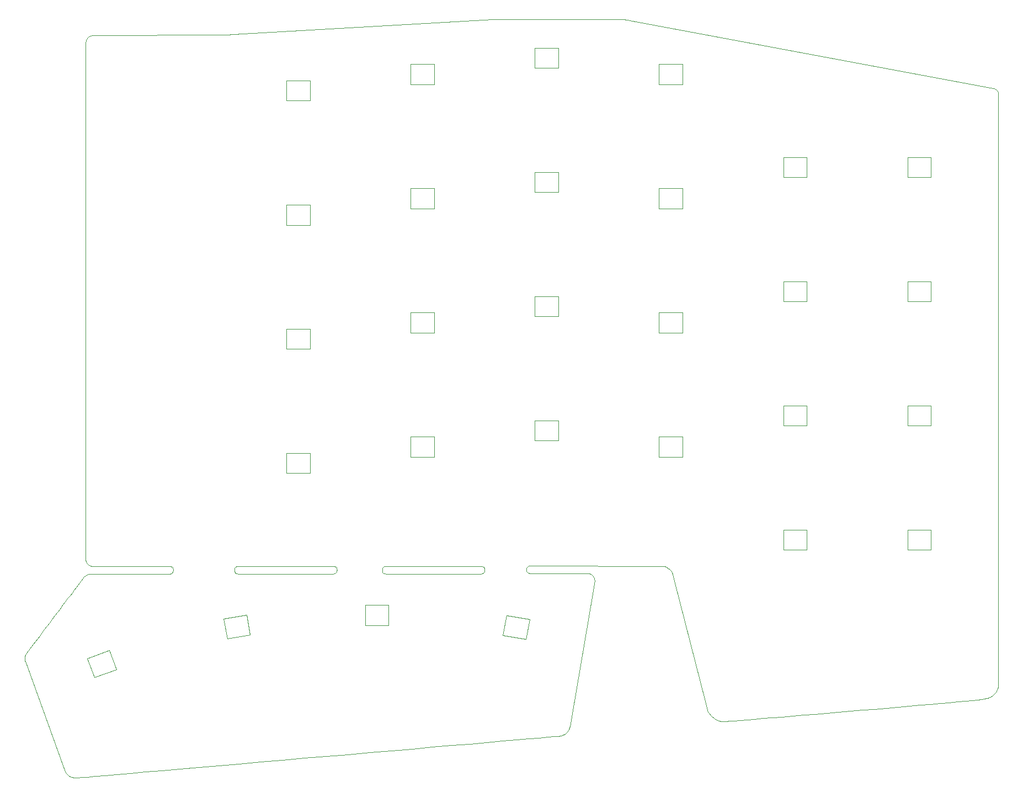
<source format=gm1>
%TF.GenerationSoftware,KiCad,Pcbnew,(6.0.0)*%
%TF.CreationDate,2023-02-15T17:26:08+02:00*%
%TF.ProjectId,SofleKeyboard,536f666c-654b-4657-9962-6f6172642e6b,rev?*%
%TF.SameCoordinates,Original*%
%TF.FileFunction,Profile,NP*%
%FSLAX46Y46*%
G04 Gerber Fmt 4.6, Leading zero omitted, Abs format (unit mm)*
G04 Created by KiCad (PCBNEW (6.0.0)) date 2023-02-15 17:26:08*
%MOMM*%
%LPD*%
G01*
G04 APERTURE LIST*
%ADD10C,0.090000*%
%TA.AperFunction,Profile*%
%ADD11C,0.120000*%
%TD*%
G04 APERTURE END LIST*
D10*
X162218354Y-142806782D02*
X166017777Y-120493588D01*
X147877950Y-119422237D02*
X134684053Y-119422237D01*
X171390576Y-34528702D02*
X171122462Y-34479308D01*
X78634718Y-132876101D02*
X84773060Y-149738874D01*
X171122462Y-34479308D02*
X170780277Y-34415810D01*
X101346553Y-118835528D02*
X101340041Y-118958535D01*
X101320921Y-119063869D01*
X101289813Y-119152873D01*
X101222027Y-119258700D01*
X101130754Y-119335344D01*
X101018088Y-119387337D01*
X100886120Y-119419216D01*
X100788453Y-119431532D01*
X100683757Y-119438268D01*
X100572653Y-119440766D01*
X100455762Y-119440370D01*
X100333702Y-119438424D01*
X100207095Y-119436271D01*
X100076561Y-119435255D01*
X86783876Y-150691379D02*
X87265895Y-150648742D01*
X88118850Y-150574157D01*
X89317412Y-150469809D01*
X90836251Y-150337881D01*
X92650038Y-150180557D01*
X94733443Y-150000021D01*
X97061138Y-149798457D01*
X99607793Y-149578048D01*
X102348079Y-149340979D01*
X105256666Y-149089433D01*
X108308226Y-148825595D01*
X111477428Y-148551647D01*
X114738945Y-148269775D01*
X118067446Y-147982161D01*
X121437602Y-147690990D01*
X124824083Y-147398446D01*
X128201562Y-147106712D01*
X131544708Y-146817973D01*
X134828191Y-146534411D01*
X138026684Y-146258212D01*
X141114856Y-145991559D01*
X144067379Y-145736636D01*
X146858922Y-145495626D01*
X149464157Y-145270714D01*
X151857754Y-145064083D01*
X154014385Y-144877918D01*
X155908719Y-144714401D01*
X157515428Y-144575718D01*
X158809182Y-144464052D01*
X159764652Y-144381586D01*
X160356509Y-144330506D01*
X160559424Y-144312994D01*
X170780277Y-34415810D02*
X170643142Y-34403395D01*
X170395510Y-34392557D01*
X170044912Y-34383218D01*
X169598882Y-34375299D01*
X169064949Y-34368724D01*
X168450647Y-34363414D01*
X167763508Y-34359294D01*
X167011062Y-34356284D01*
X166200841Y-34354307D01*
X165340379Y-34353287D01*
X164437206Y-34353145D01*
X163498854Y-34353804D01*
X162532856Y-34355186D01*
X161546742Y-34357214D01*
X160548045Y-34359810D01*
X159544297Y-34362898D01*
X158543029Y-34366399D01*
X157551774Y-34370235D01*
X156578063Y-34374330D01*
X155629428Y-34378606D01*
X154713400Y-34382985D01*
X153837513Y-34387390D01*
X153009296Y-34391743D01*
X152236284Y-34395968D01*
X151526006Y-34399985D01*
X150885996Y-34403718D01*
X150323784Y-34407090D01*
X149846903Y-34410022D01*
X149462885Y-34412438D01*
X149179261Y-34414259D01*
X149003563Y-34415409D01*
X148943324Y-34415810D01*
X226131098Y-138534218D02*
X226302029Y-138486765D01*
X226462005Y-138432526D01*
X226611390Y-138372043D01*
X226750544Y-138305861D01*
X226879831Y-138234523D01*
X226999613Y-138158574D01*
X227110253Y-138078557D01*
X227212114Y-137995016D01*
X227305558Y-137908495D01*
X227390947Y-137819538D01*
X227468644Y-137728688D01*
X227539012Y-137636491D01*
X227602413Y-137543489D01*
X227659210Y-137450226D01*
X227709765Y-137357247D01*
X227754441Y-137265095D01*
X227793601Y-137174314D01*
X227827606Y-137085449D01*
X227856820Y-136999042D01*
X227902324Y-136835781D01*
X227933013Y-136688882D01*
X227951788Y-136562698D01*
X227961548Y-136461578D01*
X227965632Y-136366412D01*
X227965547Y-136346991D01*
X112007487Y-119422237D02*
X111876952Y-119423253D01*
X111750345Y-119425406D01*
X111628285Y-119427352D01*
X111511394Y-119427748D01*
X111400290Y-119425250D01*
X111295594Y-119418514D01*
X111197927Y-119406198D01*
X111107907Y-119386957D01*
X110988574Y-119342172D01*
X110889938Y-119274249D01*
X110814091Y-119178653D01*
X110763126Y-119050851D01*
X110744006Y-118945517D01*
X110737495Y-118822510D01*
X125201384Y-119422237D02*
X112007487Y-119422237D01*
X227965547Y-45810528D02*
X227956434Y-45678539D01*
X227930682Y-45559934D01*
X227890668Y-45454041D01*
X227838768Y-45360188D01*
X227777359Y-45277704D01*
X227708819Y-45205917D01*
X227635525Y-45144155D01*
X227559854Y-45091746D01*
X227447090Y-45029201D01*
X227342349Y-44983922D01*
X227253653Y-44953642D01*
X227163274Y-44930349D01*
X227154162Y-44928584D01*
X100076561Y-119435255D02*
X88583055Y-119435255D01*
X227965547Y-136346991D02*
X227965547Y-136089375D01*
X227965547Y-135338363D01*
X227965547Y-134126701D01*
X227965547Y-132487138D01*
X227965547Y-130452423D01*
X227965547Y-128055304D01*
X227965547Y-125328530D01*
X227965547Y-122304850D01*
X227965547Y-119017010D01*
X227965547Y-115497762D01*
X227965547Y-111779851D01*
X227965547Y-107896028D01*
X227965547Y-103879040D01*
X227965547Y-99761637D01*
X227965547Y-95576566D01*
X227965547Y-91356576D01*
X227965547Y-87134416D01*
X227965547Y-82942834D01*
X227965547Y-78814578D01*
X227965547Y-74782397D01*
X227965547Y-70879040D01*
X227965547Y-67137255D01*
X227965547Y-63589790D01*
X227965547Y-60269394D01*
X227965547Y-57208816D01*
X227965547Y-54440803D01*
X227965547Y-51998105D01*
X227965547Y-49913470D01*
X227965547Y-48219646D01*
X227965547Y-46949382D01*
X227965547Y-46135426D01*
X227965547Y-45810528D01*
X166017777Y-120493588D02*
X166012075Y-120376265D01*
X165995314Y-120262767D01*
X165968011Y-120153609D01*
X165930683Y-120049309D01*
X165883847Y-119950383D01*
X165828018Y-119857348D01*
X165763715Y-119770720D01*
X165691454Y-119691018D01*
X165611751Y-119618756D01*
X165525123Y-119554453D01*
X165432088Y-119498624D01*
X165333162Y-119451788D01*
X165228862Y-119414460D01*
X165119704Y-119387157D01*
X165006206Y-119370396D01*
X164888884Y-119364695D01*
X162207782Y-142859708D02*
X162218354Y-142806782D01*
X147877950Y-118258075D02*
X148008484Y-118256662D01*
X148135091Y-118253389D01*
X148257150Y-118249702D01*
X148374042Y-118247049D01*
X148485146Y-118246876D01*
X148589841Y-118250630D01*
X148687509Y-118259759D01*
X148777529Y-118275709D01*
X148896861Y-118315589D01*
X148995497Y-118378956D01*
X149071344Y-118470693D01*
X149122309Y-118595685D01*
X149141429Y-118699899D01*
X149147941Y-118822510D01*
X84773060Y-149738874D02*
X84821658Y-149840417D01*
X84888141Y-149949678D01*
X84950685Y-150036183D01*
X85029126Y-150129547D01*
X85124599Y-150226282D01*
X85238236Y-150322896D01*
X85371171Y-150415899D01*
X85524536Y-150501802D01*
X85609235Y-150541000D01*
X85699465Y-150577114D01*
X85795370Y-150609707D01*
X85897091Y-150638345D01*
X86004769Y-150662589D01*
X86118546Y-150682005D01*
X86238564Y-150696155D01*
X86364964Y-150704604D01*
X86497889Y-150706915D01*
X86637478Y-150702652D01*
X86783876Y-150691379D01*
X183445187Y-140624426D02*
X183536912Y-140762658D01*
X183630630Y-140891813D01*
X183726021Y-141012200D01*
X183822761Y-141124124D01*
X183920529Y-141227894D01*
X184019004Y-141323817D01*
X184117864Y-141412200D01*
X184216787Y-141493352D01*
X184315452Y-141567579D01*
X184413536Y-141635189D01*
X184510719Y-141696489D01*
X184606678Y-141751787D01*
X184701092Y-141801391D01*
X184793639Y-141845607D01*
X184883997Y-141884744D01*
X184971845Y-141919108D01*
X185056862Y-141949008D01*
X185217112Y-141996643D01*
X185362174Y-142030108D01*
X185489475Y-142051863D01*
X185596441Y-142064369D01*
X185713133Y-142071163D01*
X185773533Y-142070806D01*
X227154162Y-44928584D02*
X171390576Y-34528702D01*
X87524722Y-120070250D02*
X87427251Y-120199811D01*
X87310170Y-120355436D01*
X87151755Y-120565999D01*
X86955176Y-120827283D01*
X86723606Y-121135069D01*
X86460217Y-121485139D01*
X86168179Y-121873276D01*
X85850664Y-122295260D01*
X85510845Y-122746875D01*
X85151893Y-123223901D01*
X84776979Y-123722122D01*
X84389275Y-124237318D01*
X83991952Y-124765272D01*
X83588184Y-125301765D01*
X83181140Y-125842580D01*
X82773993Y-126383498D01*
X82369914Y-126920302D01*
X81972075Y-127448772D01*
X81583648Y-127964692D01*
X81207804Y-128463843D01*
X80847714Y-128942007D01*
X80506552Y-129394966D01*
X80187488Y-129818501D01*
X79893693Y-130208395D01*
X79628340Y-130560430D01*
X79394600Y-130870387D01*
X79195645Y-131134049D01*
X79034646Y-131347197D01*
X78914776Y-131505614D01*
X78839205Y-131605080D01*
X78811106Y-131641379D01*
X148943324Y-34415810D02*
X112066641Y-36553643D01*
X176283602Y-118235823D02*
X176387579Y-118238555D01*
X176487862Y-118246519D01*
X176584476Y-118259367D01*
X176677447Y-118276750D01*
X176766800Y-118298318D01*
X176934758Y-118352616D01*
X177088557Y-118419471D01*
X177228403Y-118496093D01*
X177354503Y-118579691D01*
X177467064Y-118667474D01*
X177566292Y-118756654D01*
X177652395Y-118844437D01*
X177725578Y-118928035D01*
X177786049Y-119004657D01*
X177853372Y-119100405D01*
X177900570Y-119177609D01*
X177906393Y-119188306D01*
X185773533Y-142070806D02*
X185883884Y-142062008D01*
X186205785Y-142036303D01*
X186725505Y-141994727D01*
X187429314Y-141938313D01*
X188303481Y-141868095D01*
X189334277Y-141785109D01*
X190507971Y-141690389D01*
X191810833Y-141584968D01*
X193229132Y-141469881D01*
X194749138Y-141346163D01*
X196357121Y-141214848D01*
X198039351Y-141076971D01*
X199782097Y-140933565D01*
X201571629Y-140785666D01*
X203394217Y-140634307D01*
X205236130Y-140480523D01*
X207083638Y-140325348D01*
X208923012Y-140169817D01*
X210740520Y-140014963D01*
X212522432Y-139861823D01*
X214255019Y-139711429D01*
X215924549Y-139564816D01*
X217517293Y-139423019D01*
X219019520Y-139287072D01*
X220417500Y-139158009D01*
X221697502Y-139036865D01*
X222845797Y-138924674D01*
X223848654Y-138822470D01*
X224692343Y-138731288D01*
X225363133Y-138652163D01*
X225847295Y-138586128D01*
X226131098Y-138534218D01*
X108404975Y-36770481D02*
X89178586Y-36841035D01*
X164888884Y-119364695D02*
X156831430Y-119364695D01*
X87912769Y-92804064D02*
X87912769Y-117142199D01*
X112066641Y-36553643D02*
X111950703Y-36563327D01*
X111815220Y-36574420D01*
X111636448Y-36588782D01*
X111532796Y-36596977D01*
X111420681Y-36605737D01*
X111300890Y-36614976D01*
X111174210Y-36624611D01*
X111041426Y-36634556D01*
X110903326Y-36644729D01*
X110760696Y-36655044D01*
X110614322Y-36665417D01*
X110464991Y-36675764D01*
X110313490Y-36686000D01*
X110160604Y-36696042D01*
X110007121Y-36705804D01*
X109853826Y-36715203D01*
X109701506Y-36724153D01*
X109550949Y-36732572D01*
X109402939Y-36740375D01*
X109258264Y-36747476D01*
X109117710Y-36753792D01*
X108982064Y-36759239D01*
X108852112Y-36763732D01*
X108728641Y-36767187D01*
X108612436Y-36769520D01*
X108504285Y-36770646D01*
X108404975Y-36770481D01*
X110737495Y-118822510D02*
X110744006Y-118699899D01*
X110763126Y-118595685D01*
X110794234Y-118508421D01*
X110862020Y-118406142D01*
X110953293Y-118333860D01*
X111065959Y-118286694D01*
X111197927Y-118259759D01*
X111295594Y-118250630D01*
X111400290Y-118246876D01*
X111511394Y-118247049D01*
X111628285Y-118249702D01*
X111750345Y-118253389D01*
X111876952Y-118256662D01*
X112007487Y-118258075D01*
X126471376Y-118822510D02*
X126464864Y-118945517D01*
X126445744Y-119050851D01*
X126414636Y-119139855D01*
X126346850Y-119245682D01*
X126255577Y-119322326D01*
X126142911Y-119374319D01*
X126010943Y-119406198D01*
X125913276Y-119418514D01*
X125808580Y-119425250D01*
X125697476Y-119427748D01*
X125580585Y-119427352D01*
X125458525Y-119425406D01*
X125331918Y-119423253D01*
X125201384Y-119422237D01*
X156831430Y-118200532D02*
X176283602Y-118235823D01*
X100076561Y-118271092D02*
X100207095Y-118269679D01*
X100333702Y-118266406D01*
X100455762Y-118262719D01*
X100572653Y-118260066D01*
X100683757Y-118259893D01*
X100788453Y-118263648D01*
X100886120Y-118272776D01*
X100976140Y-118288726D01*
X101095473Y-118328607D01*
X101194109Y-118391974D01*
X101269956Y-118483711D01*
X101320921Y-118608703D01*
X101340041Y-118712917D01*
X101346553Y-118835528D01*
X78564158Y-132452763D02*
X78568854Y-132545361D01*
X78581465Y-132637964D01*
X78599772Y-132730571D01*
X78621559Y-132823181D01*
X78634718Y-132876101D01*
X134684053Y-119422237D02*
X134553518Y-119423253D01*
X134426911Y-119425406D01*
X134304851Y-119427352D01*
X134187960Y-119427748D01*
X134076856Y-119425250D01*
X133972160Y-119418514D01*
X133874493Y-119406198D01*
X133784473Y-119386957D01*
X133665140Y-119342172D01*
X133566504Y-119274249D01*
X133490657Y-119178653D01*
X133439692Y-119050851D01*
X133420572Y-118945517D01*
X133414061Y-118822510D01*
X87595282Y-119964421D02*
X87535792Y-120033877D01*
X87524722Y-120070250D01*
X89056533Y-36841922D02*
X88939211Y-36847623D01*
X88825712Y-36864384D01*
X88716555Y-36891687D01*
X88612254Y-36929015D01*
X88513328Y-36975852D01*
X88420293Y-37031680D01*
X88333666Y-37095983D01*
X88253963Y-37168245D01*
X88181701Y-37247948D01*
X88117398Y-37334575D01*
X88061570Y-37427610D01*
X88014733Y-37526536D01*
X87977405Y-37630837D01*
X87950102Y-37739994D01*
X87933341Y-37853493D01*
X87927640Y-37970815D01*
X89178586Y-36841035D02*
X89056533Y-36841922D01*
X177906393Y-119188306D02*
X183445187Y-140624426D01*
X149147941Y-118822510D02*
X149141429Y-118945517D01*
X149122309Y-119050851D01*
X149091201Y-119139855D01*
X149023415Y-119245682D01*
X148932143Y-119322326D01*
X148819476Y-119374319D01*
X148687509Y-119406198D01*
X148589841Y-119418514D01*
X148485146Y-119425250D01*
X148374042Y-119427748D01*
X148257150Y-119427352D01*
X148135091Y-119425406D01*
X148008484Y-119423253D01*
X147877950Y-119422237D01*
X88583055Y-119435255D02*
X88474899Y-119449743D01*
X88368953Y-119473009D01*
X88265566Y-119504529D01*
X88165087Y-119543781D01*
X88067864Y-119590241D01*
X87974246Y-119643387D01*
X87884582Y-119702694D01*
X87799221Y-119767640D01*
X87718512Y-119837702D01*
X87642804Y-119912357D01*
X87595282Y-119964421D01*
X133414061Y-118822510D02*
X133420572Y-118699899D01*
X133439692Y-118595685D01*
X133470800Y-118508421D01*
X133538586Y-118406142D01*
X133629859Y-118333860D01*
X133742525Y-118286694D01*
X133874493Y-118259759D01*
X133972160Y-118250630D01*
X134076856Y-118246876D01*
X134187960Y-118247049D01*
X134304851Y-118249702D01*
X134426911Y-118253389D01*
X134553518Y-118256662D01*
X134684053Y-118258075D01*
X156831430Y-119364695D02*
X156700895Y-119365711D01*
X156574288Y-119367865D01*
X156452229Y-119369812D01*
X156335337Y-119370209D01*
X156224234Y-119367713D01*
X156119538Y-119360979D01*
X156021870Y-119348664D01*
X155931851Y-119329425D01*
X155812518Y-119284643D01*
X155713882Y-119216723D01*
X155638035Y-119121130D01*
X155587070Y-118993330D01*
X155567950Y-118887996D01*
X155561439Y-118764990D01*
X87927640Y-37970815D02*
X87912769Y-92804064D01*
X125201384Y-118258075D02*
X125331918Y-118256662D01*
X125458525Y-118253389D01*
X125580585Y-118249702D01*
X125697476Y-118247049D01*
X125808580Y-118246876D01*
X125913276Y-118250630D01*
X126010943Y-118259759D01*
X126100963Y-118275709D01*
X126220296Y-118315589D01*
X126318932Y-118378956D01*
X126394779Y-118470693D01*
X126445744Y-118595685D01*
X126464864Y-118699899D01*
X126471376Y-118822510D01*
X89041662Y-118271092D02*
X100076561Y-118271092D01*
X87912769Y-117142199D02*
X87918470Y-117259521D01*
X87935231Y-117373019D01*
X87962534Y-117482177D01*
X87999862Y-117586477D01*
X88046698Y-117685403D01*
X88102527Y-117778438D01*
X88166830Y-117865066D01*
X88239092Y-117944769D01*
X88318794Y-118017030D01*
X88405422Y-118081333D01*
X88498457Y-118137162D01*
X88597383Y-118183998D01*
X88701683Y-118221326D01*
X88810841Y-118248629D01*
X88924339Y-118265390D01*
X89041662Y-118271092D01*
X134684053Y-118258075D02*
X147877950Y-118258075D01*
X155561439Y-118764990D02*
X155567950Y-118642378D01*
X155587070Y-118538164D01*
X155618178Y-118450899D01*
X155685964Y-118348617D01*
X155777237Y-118276333D01*
X155889903Y-118229163D01*
X156021870Y-118202225D01*
X156119538Y-118193094D01*
X156224234Y-118189338D01*
X156335337Y-118189509D01*
X156452229Y-118192161D01*
X156574288Y-118195847D01*
X156700895Y-118199119D01*
X156831430Y-118200532D01*
X78811106Y-131641379D02*
X78749852Y-131735562D01*
X78698106Y-131832643D01*
X78655455Y-131932205D01*
X78621486Y-132033836D01*
X78595785Y-132137122D01*
X78577939Y-132241647D01*
X78567534Y-132346999D01*
X78564158Y-132452763D01*
X112007487Y-118258075D02*
X125201384Y-118258075D01*
X160559424Y-144312994D02*
X160684334Y-144296775D01*
X160823088Y-144267449D01*
X160935981Y-144235941D01*
X161061179Y-144192782D01*
X161195248Y-144136182D01*
X161334755Y-144064353D01*
X161476266Y-143975508D01*
X161616348Y-143867857D01*
X161684779Y-143806420D01*
X161751565Y-143739612D01*
X161816276Y-143667208D01*
X161878484Y-143588984D01*
X161937759Y-143504718D01*
X161993672Y-143414186D01*
X162045794Y-143317164D01*
X162093695Y-143213429D01*
X162136946Y-143102757D01*
X162175118Y-142984924D01*
X162207782Y-142859708D01*
D11*
X118750000Y-43751000D02*
X118750000Y-46851000D01*
X118750000Y-46851000D02*
X122350000Y-46851000D01*
X122350000Y-46851000D02*
X122350000Y-43751000D01*
X122350000Y-43751000D02*
X118750000Y-43751000D01*
X156850000Y-38751000D02*
X156850000Y-41851000D01*
X156850000Y-41851000D02*
X160450000Y-41851000D01*
X160450000Y-41851000D02*
X160450000Y-38751000D01*
X160450000Y-38751000D02*
X156850000Y-38751000D01*
X122350000Y-84951000D02*
X122350000Y-81851000D01*
X118750000Y-84951000D02*
X122350000Y-84951000D01*
X122350000Y-81851000D02*
X118750000Y-81851000D01*
X118750000Y-81851000D02*
X118750000Y-84951000D01*
X141400000Y-79351000D02*
X137800000Y-79351000D01*
X137800000Y-79351000D02*
X137800000Y-82451000D01*
X141400000Y-82451000D02*
X141400000Y-79351000D01*
X137800000Y-82451000D02*
X141400000Y-82451000D01*
X122350000Y-100901000D02*
X118750000Y-100901000D01*
X118750000Y-100901000D02*
X118750000Y-104001000D01*
X118750000Y-104001000D02*
X122350000Y-104001000D01*
X122350000Y-104001000D02*
X122350000Y-100901000D01*
X156850000Y-95901000D02*
X156850000Y-99001000D01*
X160450000Y-95901000D02*
X156850000Y-95901000D01*
X160450000Y-99001000D02*
X160450000Y-95901000D01*
X156850000Y-99001000D02*
X160450000Y-99001000D01*
X198589120Y-112643640D02*
X194989120Y-112643640D01*
X194989120Y-115743640D02*
X198589120Y-115743640D01*
X198589120Y-115743640D02*
X198589120Y-112643640D01*
X194989120Y-112643640D02*
X194989120Y-115743640D01*
X88168599Y-132402244D02*
X89228862Y-135315291D01*
X89228862Y-135315291D02*
X92611755Y-134084019D01*
X91551493Y-131170972D02*
X88168599Y-132402244D01*
X92611755Y-134084019D02*
X91551493Y-131170972D01*
X112636646Y-125726010D02*
X109091339Y-126351143D01*
X113174956Y-128778914D02*
X112636646Y-125726010D01*
X109091339Y-126351143D02*
X109629648Y-129404047D01*
X109629648Y-129404047D02*
X113174956Y-128778914D01*
X214039120Y-74543640D02*
X214039120Y-77643640D01*
X217639120Y-77643640D02*
X217639120Y-74543640D01*
X217639120Y-74543640D02*
X214039120Y-74543640D01*
X214039120Y-77643640D02*
X217639120Y-77643640D01*
X217639120Y-93593640D02*
X214039120Y-93593640D01*
X217639120Y-96693640D02*
X217639120Y-93593640D01*
X214039120Y-96693640D02*
X217639120Y-96693640D01*
X214039120Y-93593640D02*
X214039120Y-96693640D01*
X217639120Y-112643640D02*
X214039120Y-112643640D01*
X217639120Y-115743640D02*
X217639120Y-112643640D01*
X214039120Y-115743640D02*
X217639120Y-115743640D01*
X214039120Y-112643640D02*
X214039120Y-115743640D01*
X179500000Y-44351000D02*
X179500000Y-41251000D01*
X179500000Y-41251000D02*
X175900000Y-41251000D01*
X175900000Y-44351000D02*
X179500000Y-44351000D01*
X175900000Y-41251000D02*
X175900000Y-44351000D01*
X194989120Y-58593640D02*
X198589120Y-58593640D01*
X198589120Y-55493640D02*
X194989120Y-55493640D01*
X194989120Y-55493640D02*
X194989120Y-58593640D01*
X198589120Y-58593640D02*
X198589120Y-55493640D01*
X137800000Y-60301000D02*
X137800000Y-63401000D01*
X137800000Y-63401000D02*
X141400000Y-63401000D01*
X141400000Y-63401000D02*
X141400000Y-60301000D01*
X141400000Y-60301000D02*
X137800000Y-60301000D01*
X175900000Y-60301000D02*
X175900000Y-63401000D01*
X179500000Y-60301000D02*
X175900000Y-60301000D01*
X175900000Y-63401000D02*
X179500000Y-63401000D01*
X179500000Y-63401000D02*
X179500000Y-60301000D01*
X160450000Y-57801000D02*
X156850000Y-57801000D01*
X156850000Y-60901000D02*
X160450000Y-60901000D01*
X160450000Y-60901000D02*
X160450000Y-57801000D01*
X156850000Y-57801000D02*
X156850000Y-60901000D01*
X175900000Y-82451000D02*
X179500000Y-82451000D01*
X175900000Y-79351000D02*
X175900000Y-82451000D01*
X179500000Y-79351000D02*
X175900000Y-79351000D01*
X179500000Y-82451000D02*
X179500000Y-79351000D01*
X217639120Y-55493640D02*
X214039120Y-55493640D01*
X214039120Y-58593640D02*
X217639120Y-58593640D01*
X214039120Y-55493640D02*
X214039120Y-58593640D01*
X217639120Y-58593640D02*
X217639120Y-55493640D01*
X118750000Y-65951000D02*
X122350000Y-65951000D01*
X122350000Y-65951000D02*
X122350000Y-62851000D01*
X122350000Y-62851000D02*
X118750000Y-62851000D01*
X118750000Y-62851000D02*
X118750000Y-65951000D01*
X194989120Y-77643640D02*
X198589120Y-77643640D01*
X198589120Y-77643640D02*
X198589120Y-74543640D01*
X194989120Y-74543640D02*
X194989120Y-77643640D01*
X198589120Y-74543640D02*
X194989120Y-74543640D01*
X175900000Y-98401000D02*
X175900000Y-101501000D01*
X179500000Y-98401000D02*
X175900000Y-98401000D01*
X179500000Y-101501000D02*
X179500000Y-98401000D01*
X175900000Y-101501000D02*
X179500000Y-101501000D01*
X194989120Y-93593640D02*
X194989120Y-96693640D01*
X198589120Y-93593640D02*
X194989120Y-93593640D01*
X198589120Y-96693640D02*
X198589120Y-93593640D01*
X194989120Y-96693640D02*
X198589120Y-96693640D01*
X151953284Y-128848914D02*
X155498592Y-129474047D01*
X156036901Y-126421143D02*
X152491594Y-125796010D01*
X155498592Y-129474047D02*
X156036901Y-126421143D01*
X152491594Y-125796010D02*
X151953284Y-128848914D01*
X160450000Y-76851000D02*
X156850000Y-76851000D01*
X156850000Y-76851000D02*
X156850000Y-79951000D01*
X156850000Y-79951000D02*
X160450000Y-79951000D01*
X160450000Y-79951000D02*
X160450000Y-76851000D01*
X137800000Y-41251000D02*
X137800000Y-44351000D01*
X141400000Y-44351000D02*
X141400000Y-41251000D01*
X137800000Y-44351000D02*
X141400000Y-44351000D01*
X141400000Y-41251000D02*
X137800000Y-41251000D01*
X137800000Y-101501000D02*
X141400000Y-101501000D01*
X137800000Y-98401000D02*
X137800000Y-101501000D01*
X141400000Y-98401000D02*
X137800000Y-98401000D01*
X141400000Y-101501000D02*
X141400000Y-98401000D01*
X130799120Y-127303640D02*
X134399120Y-127303640D01*
X130799120Y-124203640D02*
X130799120Y-127303640D01*
X134399120Y-124203640D02*
X130799120Y-124203640D01*
X134399120Y-127303640D02*
X134399120Y-124203640D01*
M02*

</source>
